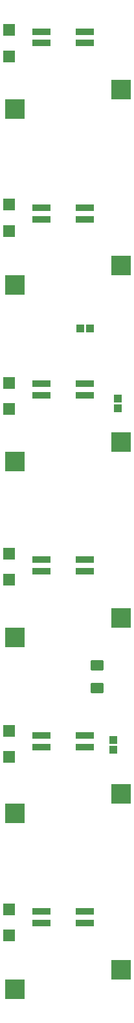
<source format=gbr>
G04 #@! TF.GenerationSoftware,KiCad,Pcbnew,(5.99.0-10337-g2ae264751f)*
G04 #@! TF.CreationDate,2021-04-30T16:38:17-07:00*
G04 #@! TF.ProjectId,single-col,73696e67-6c65-42d6-936f-6c2e6b696361,rev?*
G04 #@! TF.SameCoordinates,Original*
G04 #@! TF.FileFunction,Paste,Bot*
G04 #@! TF.FilePolarity,Positive*
%FSLAX46Y46*%
G04 Gerber Fmt 4.6, Leading zero omitted, Abs format (unit mm)*
G04 Created by KiCad (PCBNEW (5.99.0-10337-g2ae264751f)) date 2021-04-30 16:38:17*
%MOMM*%
%LPD*%
G01*
G04 APERTURE LIST*
G04 Aperture macros list*
%AMRoundRect*
0 Rectangle with rounded corners*
0 $1 Rounding radius*
0 $2 $3 $4 $5 $6 $7 $8 $9 X,Y pos of 4 corners*
0 Add a 4 corners polygon primitive as box body*
4,1,4,$2,$3,$4,$5,$6,$7,$8,$9,$2,$3,0*
0 Add four circle primitives for the rounded corners*
1,1,$1+$1,$2,$3*
1,1,$1+$1,$4,$5*
1,1,$1+$1,$6,$7*
1,1,$1+$1,$8,$9*
0 Add four rect primitives between the rounded corners*
20,1,$1+$1,$2,$3,$4,$5,0*
20,1,$1+$1,$4,$5,$6,$7,0*
20,1,$1+$1,$6,$7,$8,$9,0*
20,1,$1+$1,$8,$9,$2,$3,0*%
G04 Aperture macros list end*
%ADD10R,2.400000X0.820000*%
%ADD11R,1.524000X1.524000*%
%ADD12R,2.550000X2.500000*%
%ADD13R,1.000000X1.000000*%
%ADD14RoundRect,0.250001X-0.624999X0.462499X-0.624999X-0.462499X0.624999X-0.462499X0.624999X0.462499X0*%
G04 APERTURE END LIST*
D10*
X125130200Y-76040400D03*
X119530200Y-76040400D03*
X119530200Y-77540400D03*
X125130200Y-77540400D03*
D11*
X115255200Y-52894400D03*
X115255200Y-56294400D03*
D12*
X129892700Y-175429400D03*
X116042700Y-177969400D03*
X129892700Y-152479400D03*
X116042700Y-155019400D03*
D11*
X115255200Y-167594400D03*
X115255200Y-170994400D03*
D10*
X125130200Y-53089400D03*
X119530200Y-53089400D03*
X119530200Y-54589400D03*
X125130200Y-54589400D03*
X125130200Y-144893400D03*
X119530200Y-144893400D03*
X119530200Y-146393400D03*
X125130200Y-146393400D03*
D11*
X115255200Y-121204400D03*
X115255200Y-124604400D03*
X115255200Y-144324400D03*
X115255200Y-147724400D03*
X115255200Y-98934400D03*
X115255200Y-102334400D03*
D13*
X129475200Y-100914400D03*
X129475200Y-102189400D03*
D12*
X129892700Y-129529400D03*
X116042700Y-132069400D03*
D10*
X125130200Y-121942400D03*
X119530200Y-121942400D03*
X119530200Y-123442400D03*
X125130200Y-123442400D03*
D13*
X125825200Y-91814400D03*
X124550200Y-91814400D03*
D12*
X129892700Y-60679400D03*
X116042700Y-63219400D03*
X129892700Y-83629400D03*
X116042700Y-86169400D03*
D13*
X128925200Y-145464400D03*
X128925200Y-146739400D03*
D12*
X129892700Y-106579400D03*
X116042700Y-109119400D03*
D10*
X125130200Y-98991400D03*
X119530200Y-98991400D03*
X119530200Y-100491400D03*
X125130200Y-100491400D03*
D11*
X115255200Y-75664400D03*
X115255200Y-79064400D03*
D10*
X125130200Y-167844400D03*
X119530200Y-167844400D03*
X119530200Y-169344400D03*
X125130200Y-169344400D03*
D14*
X126775200Y-135764400D03*
X126775200Y-138739400D03*
M02*

</source>
